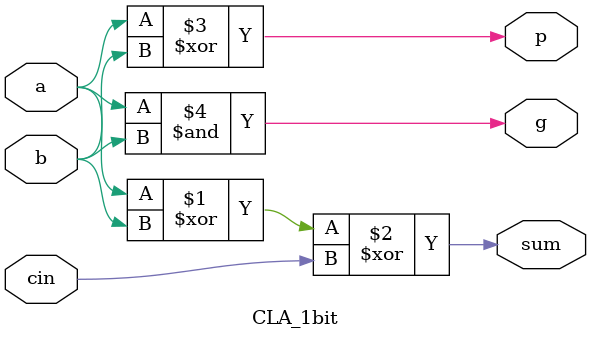
<source format=v>

module CLA_1bit(
	input a,
	input b,
	input cin,
	output p,
	output g,
	output sum
);

assign sum = a ^ b ^ cin;
assign p = a ^ b;
assign g = a & b;

endmodule
</source>
